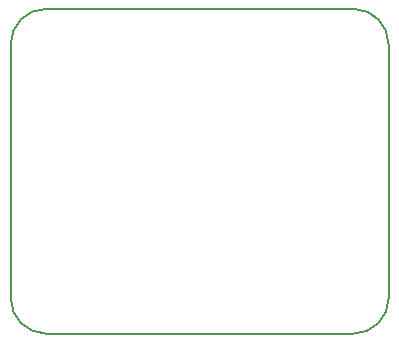
<source format=gbr>
%TF.GenerationSoftware,KiCad,Pcbnew,(6.0.8)*%
%TF.CreationDate,2023-04-06T01:35:20-05:00*%
%TF.ProjectId,Sensor_fixed_mosfet_pins,53656e73-6f72-45f6-9669-7865645f6d6f,rev?*%
%TF.SameCoordinates,Original*%
%TF.FileFunction,Profile,NP*%
%FSLAX46Y46*%
G04 Gerber Fmt 4.6, Leading zero omitted, Abs format (unit mm)*
G04 Created by KiCad (PCBNEW (6.0.8)) date 2023-04-06 01:35:20*
%MOMM*%
%LPD*%
G01*
G04 APERTURE LIST*
%TA.AperFunction,Profile*%
%ADD10C,0.200000*%
%TD*%
G04 APERTURE END LIST*
D10*
X-31000000Y100000000D02*
X-5000000Y100000000D01*
X-31000000Y100000000D02*
G75*
G03*
X-34000000Y97000000I1J-3000001D01*
G01*
X-31000000Y72500000D02*
X-5000000Y72500000D01*
X-2000000Y75500000D02*
X-2000000Y97000000D01*
X-34000000Y75500000D02*
X-34000000Y97000000D01*
X-2000000Y97000000D02*
G75*
G03*
X-5000000Y100000000I-3000001J-1D01*
G01*
X-34000000Y75500000D02*
G75*
G03*
X-31000000Y72500000I3000001J1D01*
G01*
X-5000000Y72500000D02*
G75*
G03*
X-2000000Y75500000I-1J3000001D01*
G01*
M02*

</source>
